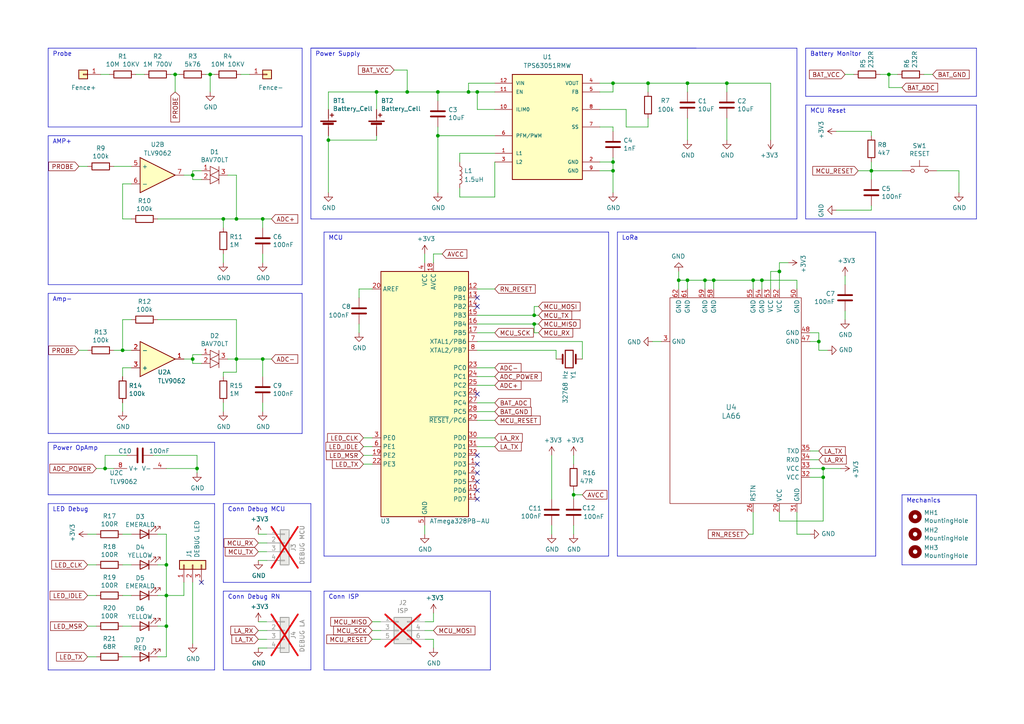
<source format=kicad_sch>
(kicad_sch (version 20230121) (generator eeschema)
  (paper "A4")
  (junction (at 237.49 99.06))
  (junction (at 64.77 63.5))
  (junction (at 135.89 26.67))
  (junction (at 252.73 49.53))
  (junction (at 218.44 81.28))
  (junction (at 187.96 24.13))
  (junction (at 48.26 181.61))
  (junction (at 118.11 26.67))
  (junction (at 177.8 49.53))
  (junction (at 154.94 91.44))
  (junction (at 109.22 26.67))
  (junction (at 68.58 104.14))
  (junction (at 154.94 93.98))
  (junction (at 60.96 21.59))
  (junction (at 50.8 21.59))
  (junction (at 48.26 163.83))
  (junction (at 196.85 81.28))
  (junction (at 55.88 104.14))
  (junction (at 207.01 81.28))
  (junction (at 35.56 101.6))
  (junction (at 57.15 135.89))
  (junction (at 226.06 78.74))
  (junction (at 204.47 81.28))
  (junction (at 257.81 21.59))
  (junction (at 55.88 50.8))
  (junction (at 30.48 135.89))
  (junction (at 199.39 81.28))
  (junction (at 127 26.67))
  (junction (at 95.25 40.64))
  (junction (at 177.8 46.99))
  (junction (at 68.58 63.5))
  (junction (at 220.98 81.28))
  (junction (at 76.2 63.5))
  (junction (at 76.2 104.14))
  (junction (at 238.76 138.43))
  (junction (at 166.37 143.51))
  (junction (at 138.43 26.67))
  (junction (at 199.39 24.13))
  (junction (at 210.82 24.13))
  (junction (at 177.8 24.13))
  (junction (at 48.26 172.72))
  (junction (at 127 39.37))
  (junction (at 238.76 135.89))
  (no_connect (at 138.43 134.62))
  (no_connect (at 138.43 144.78))
  (no_connect (at 58.42 168.91))
  (no_connect (at 138.43 114.3))
  (no_connect (at 138.43 137.16))
  (no_connect (at 138.43 132.08))
  (no_connect (at 138.43 88.9))
  (no_connect (at 138.43 139.7))
  (no_connect (at 138.43 142.24))
  (no_connect (at 138.43 86.36))
  (wire (pts (xy 25.4 163.83) (xy 27.94 163.83)))
  (wire (pts (xy 156.21 88.9) (xy 154.94 88.9)))
  (wire (pts (xy 168.91 99.06) (xy 168.91 104.14)))
  (polyline (pts (xy 13.97 39.37) (xy 13.97 82.55)))
  (polyline (pts (xy 64.77 194.31) (xy 64.77 171.45)))
  (wire (pts (xy 173.99 31.75) (xy 181.61 31.75)))
  (polyline (pts (xy 283.21 163.83) (xy 283.21 143.51)))
  (wire (pts (xy 143.51 46.99) (xy 143.51 57.15)))
  (wire (pts (xy 181.61 36.83) (xy 181.61 31.75)))
  (wire (pts (xy 35.56 63.5) (xy 38.1 63.5)))
  (wire (pts (xy 226.06 148.59) (xy 226.06 151.13)))
  (wire (pts (xy 64.77 116.84) (xy 64.77 119.38)))
  (wire (pts (xy 133.35 46.99) (xy 133.35 44.45)))
  (wire (pts (xy 30.48 132.08) (xy 36.83 132.08)))
  (wire (pts (xy 187.96 24.13) (xy 177.8 24.13)))
  (wire (pts (xy 68.58 92.71) (xy 45.72 92.71)))
  (wire (pts (xy 35.56 101.6) (xy 38.1 101.6)))
  (wire (pts (xy 25.4 181.61) (xy 27.94 181.61)))
  (polyline (pts (xy 283.21 30.48) (xy 283.21 63.5)))
  (wire (pts (xy 166.37 144.78) (xy 166.37 143.51)))
  (wire (pts (xy 204.47 83.82) (xy 204.47 81.28)))
  (wire (pts (xy 38.1 53.34) (xy 35.56 53.34)))
  (polyline (pts (xy 87.63 36.83) (xy 13.97 36.83)))
  (wire (pts (xy 218.44 83.82) (xy 218.44 81.28)))
  (wire (pts (xy 38.1 154.94) (xy 35.56 154.94)))
  (polyline (pts (xy 87.63 13.97) (xy 13.97 13.97)))
  (wire (pts (xy 143.51 83.82) (xy 138.43 83.82)))
  (polyline (pts (xy 90.17 171.45) (xy 64.77 171.45)))
  (wire (pts (xy 220.98 83.82) (xy 220.98 81.28)))
  (polyline (pts (xy 13.97 146.05) (xy 13.97 194.31)))
  (wire (pts (xy 64.77 76.2) (xy 64.77 73.66)))
  (wire (pts (xy 25.4 172.72) (xy 27.94 172.72)))
  (wire (pts (xy 35.56 101.6) (xy 33.02 101.6)))
  (polyline (pts (xy 233.68 30.48) (xy 283.21 30.48)))
  (wire (pts (xy 207.01 81.28) (xy 204.47 81.28)))
  (wire (pts (xy 55.88 52.07) (xy 55.88 50.8)))
  (wire (pts (xy 76.2 73.66) (xy 76.2 76.2)))
  (wire (pts (xy 252.73 49.53) (xy 252.73 52.07)))
  (wire (pts (xy 66.04 104.14) (xy 68.58 104.14)))
  (polyline (pts (xy 176.53 161.29) (xy 93.98 161.29)))
  (wire (pts (xy 48.26 172.72) (xy 53.34 172.72)))
  (wire (pts (xy 123.19 152.4) (xy 123.19 154.94)))
  (wire (pts (xy 35.56 119.38) (xy 35.56 116.84)))
  (polyline (pts (xy 87.63 125.73) (xy 13.97 125.73)))
  (wire (pts (xy 245.11 92.71) (xy 245.11 90.17)))
  (wire (pts (xy 177.8 26.67) (xy 177.8 24.13)))
  (polyline (pts (xy 283.21 27.94) (xy 233.68 27.94)))
  (wire (pts (xy 133.35 57.15) (xy 133.35 54.61)))
  (wire (pts (xy 30.48 135.89) (xy 30.48 132.08)))
  (wire (pts (xy 77.47 160.02) (xy 74.93 160.02)))
  (wire (pts (xy 228.6 76.2) (xy 226.06 76.2)))
  (wire (pts (xy 138.43 26.67) (xy 143.51 26.67)))
  (wire (pts (xy 199.39 83.82) (xy 199.39 81.28)))
  (wire (pts (xy 44.45 132.08) (xy 57.15 132.08)))
  (polyline (pts (xy 142.24 171.45) (xy 142.24 194.31)))
  (wire (pts (xy 76.2 66.04) (xy 76.2 63.5)))
  (wire (pts (xy 173.99 36.83) (xy 177.8 36.83)))
  (polyline (pts (xy 90.17 194.31) (xy 90.17 171.45)))
  (wire (pts (xy 48.26 181.61) (xy 45.72 181.61)))
  (wire (pts (xy 48.26 172.72) (xy 48.26 163.83)))
  (wire (pts (xy 25.4 190.5) (xy 27.94 190.5)))
  (wire (pts (xy 64.77 63.5) (xy 64.77 66.04)))
  (wire (pts (xy 207.01 83.82) (xy 207.01 81.28)))
  (wire (pts (xy 55.88 186.69) (xy 55.88 168.91)))
  (wire (pts (xy 138.43 99.06) (xy 168.91 99.06)))
  (wire (pts (xy 35.56 172.72) (xy 38.1 172.72)))
  (polyline (pts (xy 13.97 39.37) (xy 87.63 39.37)))
  (wire (pts (xy 118.11 26.67) (xy 127 26.67)))
  (wire (pts (xy 55.88 104.14) (xy 53.34 104.14)))
  (wire (pts (xy 238.76 151.13) (xy 238.76 138.43)))
  (wire (pts (xy 161.29 101.6) (xy 161.29 104.14)))
  (wire (pts (xy 143.51 31.75) (xy 138.43 31.75)))
  (wire (pts (xy 257.81 25.4) (xy 261.62 25.4)))
  (wire (pts (xy 199.39 26.67) (xy 199.39 24.13)))
  (wire (pts (xy 76.2 109.22) (xy 76.2 104.14)))
  (polyline (pts (xy 254 67.31) (xy 179.07 67.31)))
  (wire (pts (xy 125.73 180.34) (xy 125.73 177.8)))
  (wire (pts (xy 74.93 185.42) (xy 77.47 185.42)))
  (wire (pts (xy 110.49 180.34) (xy 107.95 180.34)))
  (wire (pts (xy 74.93 182.88) (xy 77.47 182.88)))
  (polyline (pts (xy 231.14 63.5) (xy 231.14 13.97)))
  (wire (pts (xy 110.49 182.88) (xy 107.95 182.88)))
  (wire (pts (xy 48.26 135.89) (xy 57.15 135.89)))
  (wire (pts (xy 55.88 49.53) (xy 55.88 50.8)))
  (wire (pts (xy 247.65 21.59) (xy 245.11 21.59)))
  (wire (pts (xy 237.49 133.35) (xy 234.95 133.35)))
  (wire (pts (xy 223.52 83.82) (xy 223.52 78.74)))
  (wire (pts (xy 35.56 92.71) (xy 35.56 101.6)))
  (wire (pts (xy 257.81 25.4) (xy 257.81 21.59)))
  (wire (pts (xy 48.26 154.94) (xy 45.72 154.94)))
  (wire (pts (xy 234.95 96.52) (xy 237.49 96.52)))
  (wire (pts (xy 114.3 20.32) (xy 118.11 20.32)))
  (wire (pts (xy 58.42 105.41) (xy 55.88 105.41)))
  (wire (pts (xy 138.43 31.75) (xy 138.43 26.67)))
  (wire (pts (xy 38.1 181.61) (xy 35.56 181.61)))
  (wire (pts (xy 271.78 49.53) (xy 278.13 49.53)))
  (wire (pts (xy 143.51 57.15) (xy 133.35 57.15)))
  (wire (pts (xy 48.26 181.61) (xy 48.26 172.72)))
  (polyline (pts (xy 62.23 128.27) (xy 13.97 128.27)))
  (wire (pts (xy 49.53 21.59) (xy 50.8 21.59)))
  (wire (pts (xy 38.1 106.68) (xy 35.56 106.68)))
  (wire (pts (xy 187.96 34.29) (xy 187.96 36.83)))
  (wire (pts (xy 143.51 127) (xy 138.43 127)))
  (wire (pts (xy 39.37 21.59) (xy 41.91 21.59)))
  (wire (pts (xy 64.77 107.95) (xy 68.58 107.95)))
  (polyline (pts (xy 283.21 63.5) (xy 233.68 63.5)))
  (wire (pts (xy 64.77 63.5) (xy 68.58 63.5)))
  (wire (pts (xy 76.2 104.14) (xy 68.58 104.14)))
  (wire (pts (xy 231.14 154.94) (xy 234.95 154.94)))
  (polyline (pts (xy 231.14 63.5) (xy 90.17 63.5)))
  (wire (pts (xy 143.51 129.54) (xy 138.43 129.54)))
  (wire (pts (xy 143.51 121.92) (xy 138.43 121.92)))
  (polyline (pts (xy 87.63 82.55) (xy 13.97 82.55)))
  (wire (pts (xy 110.49 185.42) (xy 107.95 185.42)))
  (wire (pts (xy 55.88 50.8) (xy 53.34 50.8)))
  (polyline (pts (xy 283.21 27.94) (xy 283.21 13.97)))
  (wire (pts (xy 154.94 88.9) (xy 154.94 91.44)))
  (wire (pts (xy 168.91 143.51) (xy 166.37 143.51)))
  (wire (pts (xy 78.74 104.14) (xy 76.2 104.14)))
  (wire (pts (xy 226.06 76.2) (xy 226.06 78.74)))
  (wire (pts (xy 38.1 190.5) (xy 35.56 190.5)))
  (wire (pts (xy 35.56 106.68) (xy 35.56 109.22)))
  (wire (pts (xy 218.44 81.28) (xy 207.01 81.28)))
  (wire (pts (xy 107.95 83.82) (xy 104.14 83.82)))
  (polyline (pts (xy 93.98 171.45) (xy 93.98 194.31)))
  (wire (pts (xy 237.49 130.81) (xy 234.95 130.81)))
  (wire (pts (xy 252.73 49.53) (xy 261.62 49.53)))
  (polyline (pts (xy 179.07 161.29) (xy 179.07 67.31)))
  (wire (pts (xy 199.39 81.28) (xy 196.85 81.28)))
  (wire (pts (xy 196.85 78.74) (xy 196.85 81.28)))
  (wire (pts (xy 125.73 73.66) (xy 125.73 76.2)))
  (wire (pts (xy 217.17 154.94) (xy 218.44 154.94)))
  (wire (pts (xy 238.76 135.89) (xy 238.76 138.43)))
  (wire (pts (xy 191.77 99.06) (xy 189.23 99.06)))
  (wire (pts (xy 77.47 157.48) (xy 74.93 157.48)))
  (wire (pts (xy 237.49 96.52) (xy 237.49 99.06)))
  (polyline (pts (xy 13.97 143.51) (xy 62.23 143.51)))
  (wire (pts (xy 270.51 21.59) (xy 267.97 21.59)))
  (polyline (pts (xy 142.24 194.31) (xy 93.98 194.31)))
  (wire (pts (xy 237.49 101.6) (xy 237.49 99.06)))
  (wire (pts (xy 107.95 132.08) (xy 105.41 132.08)))
  (wire (pts (xy 257.81 21.59) (xy 260.35 21.59)))
  (wire (pts (xy 127 26.67) (xy 127 29.21)))
  (wire (pts (xy 156.21 96.52) (xy 154.94 96.52)))
  (wire (pts (xy 25.4 101.6) (xy 22.86 101.6)))
  (wire (pts (xy 58.42 52.07) (xy 55.88 52.07)))
  (polyline (pts (xy 13.97 36.83) (xy 13.97 13.97)))
  (wire (pts (xy 35.56 53.34) (xy 35.56 63.5)))
  (wire (pts (xy 27.94 135.89) (xy 30.48 135.89)))
  (wire (pts (xy 107.95 129.54) (xy 105.41 129.54)))
  (wire (pts (xy 104.14 83.82) (xy 104.14 86.36)))
  (polyline (pts (xy 93.98 67.31) (xy 93.98 161.29)))
  (polyline (pts (xy 90.17 13.97) (xy 201.93 13.97)))
  (polyline (pts (xy 90.17 13.97) (xy 90.17 63.5)))
  (polyline (pts (xy 13.97 85.09) (xy 87.63 85.09)))
  (wire (pts (xy 127 36.83) (xy 127 39.37)))
  (wire (pts (xy 123.19 76.2) (xy 123.19 73.66)))
  (wire (pts (xy 25.4 154.94) (xy 27.94 154.94)))
  (polyline (pts (xy 87.63 36.83) (xy 87.63 13.97)))
  (wire (pts (xy 143.51 111.76) (xy 138.43 111.76)))
  (wire (pts (xy 77.47 180.34) (xy 74.93 180.34)))
  (wire (pts (xy 76.2 116.84) (xy 76.2 119.38)))
  (wire (pts (xy 53.34 172.72) (xy 53.34 168.91)))
  (wire (pts (xy 210.82 26.67) (xy 210.82 24.13)))
  (wire (pts (xy 50.8 21.59) (xy 52.07 21.59)))
  (wire (pts (xy 60.96 21.59) (xy 62.23 21.59)))
  (polyline (pts (xy 64.77 168.91) (xy 64.77 146.05)))
  (wire (pts (xy 109.22 26.67) (xy 109.22 31.75)))
  (wire (pts (xy 107.95 134.62) (xy 105.41 134.62)))
  (wire (pts (xy 231.14 148.59) (xy 231.14 154.94)))
  (wire (pts (xy 48.26 190.5) (xy 45.72 190.5)))
  (polyline (pts (xy 283.21 143.51) (xy 261.62 143.51)))
  (wire (pts (xy 107.95 127) (xy 105.41 127)))
  (wire (pts (xy 199.39 24.13) (xy 210.82 24.13)))
  (wire (pts (xy 135.89 24.13) (xy 135.89 26.67)))
  (wire (pts (xy 77.47 162.56) (xy 74.93 162.56)))
  (wire (pts (xy 95.25 40.64) (xy 95.25 55.88)))
  (wire (pts (xy 25.4 48.26) (xy 22.86 48.26)))
  (wire (pts (xy 138.43 96.52) (xy 143.51 96.52)))
  (wire (pts (xy 57.15 135.89) (xy 57.15 137.16)))
  (wire (pts (xy 138.43 101.6) (xy 161.29 101.6)))
  (wire (pts (xy 210.82 34.29) (xy 210.82 40.64)))
  (wire (pts (xy 234.95 135.89) (xy 238.76 135.89)))
  (wire (pts (xy 125.73 185.42) (xy 123.19 185.42)))
  (wire (pts (xy 173.99 49.53) (xy 177.8 49.53)))
  (wire (pts (xy 252.73 60.96) (xy 252.73 59.69)))
  (wire (pts (xy 95.25 39.37) (xy 95.25 40.64)))
  (wire (pts (xy 187.96 24.13) (xy 199.39 24.13)))
  (wire (pts (xy 57.15 132.08) (xy 57.15 135.89)))
  (polyline (pts (xy 13.97 128.27) (xy 13.97 143.51)))
  (wire (pts (xy 154.94 91.44) (xy 156.21 91.44)))
  (wire (pts (xy 66.04 50.8) (xy 68.58 50.8)))
  (wire (pts (xy 166.37 143.51) (xy 166.37 142.24)))
  (wire (pts (xy 226.06 151.13) (xy 238.76 151.13)))
  (wire (pts (xy 59.69 21.59) (xy 60.96 21.59)))
  (wire (pts (xy 177.8 45.72) (xy 177.8 46.99)))
  (wire (pts (xy 166.37 154.94) (xy 166.37 152.4)))
  (wire (pts (xy 38.1 48.26) (xy 33.02 48.26)))
  (wire (pts (xy 223.52 78.74) (xy 226.06 78.74)))
  (wire (pts (xy 77.47 187.96) (xy 74.93 187.96)))
  (polyline (pts (xy 233.68 27.94) (xy 233.68 13.97)))
  (polyline (pts (xy 62.23 146.05) (xy 13.97 146.05)))
  (wire (pts (xy 60.96 26.67) (xy 60.96 21.59)))
  (wire (pts (xy 38.1 163.83) (xy 35.56 163.83)))
  (wire (pts (xy 55.88 102.87) (xy 55.88 104.14)))
  (wire (pts (xy 123.19 180.34) (xy 125.73 180.34)))
  (wire (pts (xy 223.52 24.13) (xy 210.82 24.13)))
  (polyline (pts (xy 62.23 146.05) (xy 62.23 194.31)))
  (wire (pts (xy 173.99 24.13) (xy 177.8 24.13)))
  (wire (pts (xy 187.96 26.67) (xy 187.96 24.13)))
  (wire (pts (xy 234.95 138.43) (xy 238.76 138.43)))
  (polyline (pts (xy 13.97 85.09) (xy 13.97 125.73)))
  (wire (pts (xy 68.58 50.8) (xy 68.58 63.5)))
  (wire (pts (xy 48.26 190.5) (xy 48.26 181.61)))
  (wire (pts (xy 95.25 40.64) (xy 109.22 40.64)))
  (wire (pts (xy 199.39 34.29) (xy 199.39 40.64)))
  (wire (pts (xy 160.02 154.94) (xy 160.02 152.4)))
  (wire (pts (xy 78.74 63.5) (xy 76.2 63.5)))
  (wire (pts (xy 68.58 92.71) (xy 68.58 104.14)))
  (polyline (pts (xy 261.62 163.83) (xy 283.21 163.83)))
  (wire (pts (xy 252.73 46.99) (xy 252.73 49.53)))
  (wire (pts (xy 95.25 26.67) (xy 109.22 26.67)))
  (wire (pts (xy 127 39.37) (xy 143.51 39.37)))
  (wire (pts (xy 255.27 21.59) (xy 257.81 21.59)))
  (wire (pts (xy 48.26 172.72) (xy 45.72 172.72)))
  (polyline (pts (xy 87.63 82.55) (xy 87.63 39.37)))
  (wire (pts (xy 58.42 49.53) (xy 55.88 49.53)))
  (wire (pts (xy 223.52 40.64) (xy 223.52 24.13)))
  (polyline (pts (xy 64.77 194.31) (xy 90.17 194.31)))
  (wire (pts (xy 166.37 134.62) (xy 166.37 132.08)))
  (wire (pts (xy 95.25 26.67) (xy 95.25 31.75)))
  (wire (pts (xy 143.51 109.22) (xy 138.43 109.22)))
  (wire (pts (xy 245.11 82.55) (xy 245.11 80.01)))
  (wire (pts (xy 237.49 101.6) (xy 240.03 101.6)))
  (wire (pts (xy 143.51 106.68) (xy 138.43 106.68)))
  (wire (pts (xy 237.49 99.06) (xy 234.95 99.06)))
  (wire (pts (xy 252.73 38.1) (xy 252.73 39.37)))
  (wire (pts (xy 48.26 163.83) (xy 45.72 163.83)))
  (polyline (pts (xy 254 67.31) (xy 254 161.29)))
  (wire (pts (xy 109.22 39.37) (xy 109.22 40.64)))
  (wire (pts (xy 154.94 93.98) (xy 156.21 93.98)))
  (wire (pts (xy 104.14 96.52) (xy 104.14 93.98)))
  (polyline (pts (xy 90.17 168.91) (xy 64.77 168.91)))
  (wire (pts (xy 177.8 46.99) (xy 177.8 49.53)))
  (wire (pts (xy 109.22 26.67) (xy 118.11 26.67)))
  (wire (pts (xy 29.21 21.59) (xy 31.75 21.59)))
  (wire (pts (xy 125.73 187.96) (xy 125.73 185.42)))
  (wire (pts (xy 143.51 24.13) (xy 135.89 24.13)))
  (wire (pts (xy 68.58 107.95) (xy 68.58 104.14)))
  (polyline (pts (xy 93.98 171.45) (xy 142.24 171.45)))
  (wire (pts (xy 238.76 135.89) (xy 243.84 135.89)))
  (wire (pts (xy 64.77 109.22) (xy 64.77 107.95)))
  (wire (pts (xy 160.02 144.78) (xy 160.02 132.08)))
  (wire (pts (xy 125.73 182.88) (xy 123.19 182.88)))
  (wire (pts (xy 177.8 36.83) (xy 177.8 38.1)))
  (polyline (pts (xy 93.98 67.31) (xy 176.53 67.31)))
  (wire (pts (xy 173.99 26.67) (xy 177.8 26.67)))
  (wire (pts (xy 55.88 105.41) (xy 55.88 104.14)))
  (wire (pts (xy 196.85 81.28) (xy 196.85 83.82)))
  (wire (pts (xy 218.44 148.59) (xy 218.44 154.94)))
  (polyline (pts (xy 283.21 13.97) (xy 233.68 13.97)))
  (polyline (pts (xy 62.23 194.31) (xy 13.97 194.31)))
  (wire (pts (xy 248.92 49.53) (xy 252.73 49.53)))
  (polyline (pts (xy 62.23 143.51) (xy 62.23 128.27)))
  (wire (pts (xy 143.51 119.38) (xy 138.43 119.38)))
  (wire (pts (xy 173.99 46.99) (xy 177.8 46.99)))
  (wire (pts (xy 58.42 102.87) (xy 55.88 102.87)))
  (wire (pts (xy 30.48 135.89) (xy 33.02 135.89)))
  (wire (pts (xy 125.73 73.66) (xy 128.27 73.66)))
  (wire (pts (xy 127 39.37) (xy 127 55.88)))
  (polyline (pts (xy 90.17 168.91) (xy 90.17 146.05)))
  (polyline (pts (xy 233.68 30.48) (xy 233.68 63.5)))
  (wire (pts (xy 138.43 93.98) (xy 154.94 93.98)))
  (wire (pts (xy 50.8 21.59) (xy 50.8 26.67)))
  (wire (pts (xy 187.96 36.83) (xy 181.61 36.83)))
  (wire (pts (xy 231.14 83.82) (xy 231.14 81.28)))
  (polyline (pts (xy 90.17 13.97) (xy 231.14 13.97)))
  (wire (pts (xy 231.14 81.28) (xy 220.98 81.28)))
  (wire (pts (xy 204.47 81.28) (xy 199.39 81.28)))
  (polyline (pts (xy 261.62 143.51) (xy 261.62 163.83)))
  (polyline (pts (xy 90.17 146.05) (xy 64.77 146.05)))
  (wire (pts (xy 38.1 92.71) (xy 35.56 92.71)))
  (wire (pts (xy 143.51 116.84) (xy 138.43 116.84)))
  (wire (pts (xy 242.57 60.96) (xy 252.73 60.96)))
  (polyline (pts (xy 176.53 67.31) (xy 176.53 161.29)))
  (wire (pts (xy 154.94 96.52) (xy 154.94 93.98)))
  (wire (pts (xy 242.57 38.1) (xy 252.73 38.1)))
  (wire (pts (xy 133.35 44.45) (xy 143.51 44.45)))
  (wire (pts (xy 48.26 154.94) (xy 48.26 163.83)))
  (wire (pts (xy 69.85 21.59) (xy 72.39 21.59)))
  (wire (pts (xy 77.47 154.94) (xy 74.93 154.94)))
  (wire (pts (xy 177.8 49.53) (xy 177.8 55.88)))
  (wire (pts (xy 278.13 49.53) (xy 278.13 55.88)))
  (wire (pts (xy 118.11 20.32) (xy 118.11 26.67)))
  (wire (pts (xy 135.89 26.67) (xy 138.43 26.67)))
  (polyline (pts (xy 87.63 85.09) (xy 87.63 125.73)))
  (wire (pts (xy 226.06 78.74) (xy 226.06 83.82)))
  (polyline (pts (xy 254 161.29) (xy 179.07 161.29)))
  (wire (pts (xy 220.98 81.28) (xy 218.44 81.28)))
  (wire (pts (xy 45.72 63.5) (xy 64.77 63.5)))
  (wire (pts (xy 76.2 63.5) (xy 68.58 63.5)))
  (wire (pts (xy 127 26.67) (xy 135.89 26.67)))
  (wire (pts (xy 138.43 91.44) (xy 154.94 91.44)))
  (text "Power Supply" (at 91.44 16.51 0) (effects (font (size 1.27 1.27)) (justify left bottom)))
  (text "Conn ISP" (at 95.25 173.99 0) (effects (font (size 1.27 1.27)) (justify left bottom)))
  (text "Battery Monitor" (at 234.95 16.51 0) (effects (font (size 1.27 1.27)) (justify left bottom)))
  (text "Conn Debug MCU" (at 66.04 148.59 0) (effects (font (size 1.27 1.27)) (justify left bottom)))
  (text "AMP+" (at 15.24 41.91 0) (effects (font (size 1.27 1.27)) (justify left bottom)))
  (text "MCU" (at 95.25 69.85 0) (effects (font (size 1.27 1.27)) (justify left bottom)))
  (text "Conn Debug RN" (at 66.04 173.99 0) (effects (font (size 1.27 1.27)) (justify left bottom)))
  (text "Mechanics" (at 262.89 146.05 0) (effects (font (size 1.27 1.27)) (justify left bottom)))
  (text "MCU Reset" (at 234.95 33.02 0) (effects (font (size 1.27 1.27)) (justify left bottom)))
  (text "Power OpAmp" (at 15.24 130.81 0) (effects (font (size 1.27 1.27)) (justify left bottom)))
  (text "LoRa" (at 180.34 69.85 0) (effects (font (size 1.27 1.27)) (justify left bottom)))
  (text "LED Debug" (at 15.24 148.59 0) (effects (font (size 1.27 1.27)) (justify left bottom)))
  (text "Probe" (at 15.24 16.51 0) (effects (font (size 1.27 1.27)) (justify left bottom)))
  (text "Amp-" (at 15.24 87.63 0) (effects (font (size 1.27 1.27)) (justify left bottom)))
  (global_label "LED_MSR" (shape input) (at 105.41 132.08 180) (property "Intersheetrefs" "${INTERSHEET_REFS}" (effects hide)))
  (global_label "MCU_MOSI" (shape input) (at 125.73 182.88 0) (property "Intersheetrefs" "${INTERSHEET_REFS}" (effects hide)))
  (global_label "BAT_ADC" (shape input) (at 143.51 116.84 0) (property "Intersheetrefs" "${INTERSHEET_REFS}" (effects hide)))
  (global_label "ADC_POWER" (shape input) (at 27.94 135.89 180) (property "Intersheetrefs" "${INTERSHEET_REFS}" (effects hide)))
  (global_label "MCU_RX" (shape input) (at 74.93 157.48 180) (property "Intersheetrefs" "${INTERSHEET_REFS}" (effects hide)))
  (global_label "BAT_VCC" (shape input) (at 245.11 21.59 180) (property "Intersheetrefs" "${INTERSHEET_REFS}" (effects hide)))
  (global_label "MCU_RX" (shape input) (at 156.21 96.52 0) (property "Intersheetrefs" "${INTERSHEET_REFS}" (effects hide)))
  (global_label "ADC+" (shape input) (at 78.74 63.5 0) (property "Intersheetrefs" "${INTERSHEET_REFS}" (effects hide)))
  (global_label "RN_RESET" (shape input) (at 217.17 154.94 180) (property "Intersheetrefs" "${INTERSHEET_REFS}" (effects hide)))
  (global_label "PROBE" (shape input) (at 22.86 101.6 180) (property "Intersheetrefs" "${INTERSHEET_REFS}" (effects hide)))
  (global_label "LED_TX" (shape input) (at 105.41 134.62 180) (property "Intersheetrefs" "${INTERSHEET_REFS}" (effects hide)))
  (global_label "LA_RX" (shape input) (at 74.93 182.88 180) (property "Intersheetrefs" "${INTERSHEET_REFS}" (effects hide)))
  (global_label "BAT_GND" (shape input) (at 270.51 21.59 0) (property "Intersheetrefs" "${INTERSHEET_REFS}" (effects hide)))
  (global_label "LA_TX" (shape input) (at 143.51 129.54 0) (property "Intersheetrefs" "${INTERSHEET_REFS}" (effects hide)))
  (global_label "BAT_VCC" (shape input) (at 114.3 20.32 180) (property "Intersheetrefs" "${INTERSHEET_REFS}" (effects hide)))
  (global_label "BAT_ADC" (shape input) (at 261.62 25.4 0) (property "Intersheetrefs" "${INTERSHEET_REFS}" (effects hide)))
  (global_label "MCU_RESET" (shape input) (at 107.95 185.42 180) (property "Intersheetrefs" "${INTERSHEET_REFS}" (effects hide)))
  (global_label "LED_IDLE" (shape input) (at 105.41 129.54 180) (property "Intersheetrefs" "${INTERSHEET_REFS}" (effects hide)))
  (global_label "MCU_SCK" (shape input) (at 107.95 182.88 180) (property "Intersheetrefs" "${INTERSHEET_REFS}" (effects hide)))
  (global_label "AVCC" (shape input) (at 128.27 73.66 0) (property "Intersheetrefs" "${INTERSHEET_REFS}" (effects hide)))
  (global_label "AVCC" (shape input) (at 168.91 143.51 0) (property "Intersheetrefs" "${INTERSHEET_REFS}" (effects hide)))
  (global_label "RN_RESET" (shape input) (at 143.51 83.82 0) (property "Intersheetrefs" "${INTERSHEET_REFS}" (effects hide)))
  (global_label "ADC-" (shape input) (at 78.74 104.14 0) (property "Intersheetrefs" "${INTERSHEET_REFS}" (effects hide)))
  (global_label "MCU_MISO" (shape input) (at 156.21 93.98 0) (property "Intersheetrefs" "${INTERSHEET_REFS}" (effects hide)))
  (global_label "LA_RX" (shape input) (at 237.49 133.35 0) (property "Intersheetrefs" "${INTERSHEET_REFS}" (effects hide)))
  (global_label "ADC_POWER" (shape input) (at 143.51 109.22 0) (property "Intersheetrefs" "${INTERSHEET_REFS}" (effects hide)))
  (global_label "LED_MSR" (shape input) (at 25.4 181.61 180) (property "Intersheetrefs" "${INTERSHEET_REFS}" (effects hide)))
  (global_label "LED_CLK" (shape input) (at 25.4 163.83 180) (property "Intersheetrefs" "${INTERSHEET_REFS}" (effects hide)))
  (global_label "LA_TX" (shape input) (at 237.49 130.81 0) (property "Intersheetrefs" "${INTERSHEET_REFS}" (effects hide)))
  (global_label "MCU_RESET" (shape input) (at 143.51 121.92 0) (property "Intersheetrefs" "${INTERSHEET_REFS}" (effects hide)))
  (global_label "LED_CLK" (shape input) (at 105.41 127 180) (property "Intersheetrefs" "${INTERSHEET_REFS}" (effects hide)))
  (global_label "MCU_TX" (shape input) (at 74.93 160.02 180) (property "Intersheetrefs" "${INTERSHEET_REFS}" (effects hide)))
  (global_label "LED_IDLE" (shape input) (at 25.4 172.72 180) (property "Intersheetrefs" "${INTERSHEET_REFS}" (effects hide)))
  (global_label "ADC+" (shape input) (at 143.51 111.76 0) (property "Intersheetrefs" "${INTERSHEET_REFS}" (effects hide)))
  (global_label "LED_TX" (shape input) (at 25.4 190.5 180) (property "Intersheetrefs" "${INTERSHEET_REFS}" (effects hide)))
  (global_label "PROBE" (shape input) (at 22.86 48.26 180) (property "Intersheetrefs" "${INTERSHEET_REFS}" (effects hide)))
  (global_label "MCU_MISO" (shape input) (at 107.95 180.34 180) (property "Intersheetrefs" "${INTERSHEET_REFS}" (effects hide)))
  (global_label "LA_TX" (shape input) (at 74.93 185.42 180) (property "Intersheetrefs" "${INTERSHEET_REFS}" (effects hide)))
  (global_label "ADC-" (shape input) (at 143.51 106.68 0) (property "Intersheetrefs" "${INTERSHEET_REFS}" (effects hide)))
  (global_label "PROBE" (shape input) (at 50.8 26.67 270) (property "Intersheetrefs" "${INTERSHEET_REFS}" (effects hide)))
  (global_label "LA_RX" (shape input) (at 143.51 127 0) (property "Intersheetrefs" "${INTERSHEET_REFS}" (effects hide)))
  (global_label "MCU_RESET" (shape input) (at 248.92 49.53 180) (property "Intersheetrefs" "${INTERSHEET_REFS}" (effects hide)))
  (global_label "MCU_MOSI" (shape input) (at 156.21 88.9 0) (property "Intersheetrefs" "${INTERSHEET_REFS}" (effects hide)))
  (global_label "MCU_SCK" (shape input) (at 143.51 96.52 0) (property "Intersheetrefs" "${INTERSHEET_REFS}" (effects hide)))
  (global_label "MCU_TX" (shape input) (at 156.21 91.44 0) (property "Intersheetrefs" "${INTERSHEET_REFS}" (effects hide)))
  (global_label "BAT_GND" (shape input) (at 143.51 119.38 0) (property "Intersheetrefs" "${INTERSHEET_REFS}" (effects hide)))
  (symbol (lib_id "Connector_Generic:Conn_01x01") (at 24.13 21.59 180) (unit 1)
    (property "Reference" "J101" (effects hide))
    (property "Value" "Fence+" (at 27.94 25.4 0) (effects (justify left)))
    (property "Footprint" "TestPoint:TestPoint_THTPad_4.0x4.0mm_Drill2.0mm" (effects hide))
  )
  (symbol (lib_id "Connector_Generic:Conn_01x01") (at 77.47 21.59 0) (unit 1)
    (property "Reference" "J102" (effects hide))
    (property "Value" "Fence-" (at 74.93 25.4 0) (effects (justify left)))
    (property "Footprint" "TestPoint:TestPoint_THTPad_4.0x4.0mm_Drill2.0mm" (effects hide))
  )
  (symbol (lib_id "ALITECS:TLV9062") (at 45.72 50.8 0) (unit 2)
    (property "Reference" "U2" (at 45.72 41.91 0))
    (property "Value" "TLV9062" (at 45.72 44.45 0))
    (property "Footprint" "Package_SO:SOIC-8_3.9x4.9mm_P1.27mm" (effects hide))
    (property "JLCPCB Part #" "C398355" (effects hide))
    (property "JLCPCB Rotation Offset" "-90" (effects hide))
  )
  (symbol (lib_id "ALITECS:TLV9062") (at 40.64 138.43 90) (mirror x) (unit 3)
    (property "Reference" "U2" (at 31.75 137.16 90) (effects (justify right)))
    (property "Value" "TLV9062" (at 31.75 139.7 90) (effects (justify right)))
    (property "Footprint" "Package_SO:SOIC-8_3.9x4.9mm_P1.27mm" (effects hide))
    (property "JLCPCB Part #" "C398355" (effects hide))
    (property "JLCPCB Rotation Offset" "-90" (effects hide))
  )
  (symbol (lib_id "Device:Battery_Cell") (at 95.25 36.83 0) (unit 1) (in_bom no)
    (property "Reference" "BT1" (at 96.52 29.21 0) (effects (justify left)))
    (property "Value" "Battery_Cell" (at 96.52 31.5214 0) (effects (justify left)))
    (property "Footprint" "ALITECS:18500HolderSMD" (effects hide))
  )
  (symbol (lib_id "Device:R") (at 252.73 43.18 0) (unit 1)
    (property "Reference" "R8" (at 254.508 42.0116 0) (effects (justify left)))
    (property "Value" "4k7" (at 254.508 44.323 0) (effects (justify left)))
    (property "Footprint" "Resistor_SMD:R_0603_1608Metric_Pad0.98x0.95mm_HandSolder" (effects hide))
  )
  (symbol (lib_id "Device:C") (at 252.73 55.88 0) (unit 1)
    (property "Reference" "C5" (at 255.651 54.7116 0) (effects (justify left)))
    (property "Value" "100nF" (at 255.651 57.023 0) (effects (justify left)))
    (property "Footprint" "Capacitor_SMD:C_0805_2012Metric_Pad1.18x1.45mm_HandSolder" (effects hide))
    (property "JLCPCB Part #" "C49678" (effects hide))
  )
  (symbol (lib_id "Device:C") (at 76.2 69.85 0) (unit 1)
    (property "Reference" "C6" (at 79.121 68.6816 0) (effects (justify left)))
    (property "Value" "100nF" (at 79.121 70.993 0) (effects (justify left)))
    (property "Footprint" "Capacitor_SMD:C_0805_2012Metric_Pad1.18x1.45mm_HandSolder" (effects hide))
    (property "JLCPCB Part #" "C49678" (effects hide))
  )
  (symbol (lib_id "Device:C") (at 127 33.02 0) (unit 1)
    (property "Reference" "C3" (at 129.9972 31.8516 0) (effects (justify left)))
    (property "Value" "10uF" (at 129.9972 34.163 0) (effects (justify left)))
    (property "Footprint" "Capacitor_SMD:C_0805_2012Metric_Pad1.18x1.45mm_HandSolder" (effects hide))
    (property "JLCPCB Part #" "C13585" (effects hide))
  )
  (symbol (lib_id "Connector_Generic:Conn_02x03_Odd_Even") (at 115.57 182.88 0) (unit 1) (in_bom no) (dnp yes)
    (property "Reference" "J2" (at 116.84 174.8282 0))
    (property "Value" "ISP" (at 116.84 177.1396 0))
    (property "Footprint" "Connector_PinHeader_2.54mm:PinHeader_2x03_P2.54mm_Vertical" (effects hide))
  )
  (symbol (lib_id "lofence-rescue:+3.3V-power") (at 242.57 38.1 90) (unit 1)
    (property "Reference" "#PWR02" (effects hide))
    (property "Value" "+3.3V" (at 238.1758 37.719 0))
  )
  (symbol (lib_id "power:GND") (at 242.57 60.96 270) (unit 1)
    (property "Reference" "#PWR010" (effects hide))
    (property "Value" "GND" (at 238.1758 61.087 0))
  )
  (symbol (lib_id "Device:R") (at 41.91 63.5 270) (unit 1)
    (property "Reference" "R10" (at 41.91 58.2422 90))
    (property "Value" "100k" (at 41.91 60.5536 90))
    (property "Footprint" "Resistor_SMD:R_0603_1608Metric_Pad0.98x0.95mm_HandSolder" (effects hide))
  )
  (symbol (lib_id "Device:R") (at 64.77 69.85 180) (unit 1)
    (property "Reference" "R11" (at 66.548 68.6816 0) (effects (justify right)))
    (property "Value" "1M" (at 66.548 70.993 0) (effects (justify right)))
    (property "Footprint" "Resistor_SMD:R_0603_1608Metric_Pad0.98x0.95mm_HandSolder" (effects hide))
  )
  (symbol (lib_id "power:GND") (at 64.77 76.2 0) (unit 1)
    (property "Reference" "#PWR012" (effects hide))
    (property "Value" "GND" (at 64.897 80.5942 0))
  )
  (symbol (lib_id "power:GND") (at 76.2 76.2 0) (unit 1)
    (property "Reference" "#PWR013" (effects hide))
    (property "Value" "GND" (at 76.327 80.5942 0))
  )
  (symbol (lib_id "Device:R") (at 29.21 48.26 270) (unit 1)
    (property "Reference" "R9" (at 29.21 43.0022 90))
    (property "Value" "100k" (at 29.21 45.3136 90))
    (property "Footprint" "Resistor_SMD:R_0603_1608Metric_Pad0.98x0.95mm_HandSolder" (effects hide))
  )
  (symbol (lib_id "Device:R") (at 29.21 101.6 270) (unit 1)
    (property "Reference" "R13" (at 29.21 96.3422 90))
    (property "Value" "100k" (at 29.21 98.6536 90))
    (property "Footprint" "Resistor_SMD:R_0603_1608Metric_Pad0.98x0.95mm_HandSolder" (effects hide))
  )
  (symbol (lib_id "Device:R") (at 41.91 92.71 270) (unit 1)
    (property "Reference" "R12" (at 41.91 87.4522 90))
    (property "Value" "100k" (at 41.91 89.7636 90))
    (property "Footprint" "Resistor_SMD:R_0603_1608Metric_Pad0.98x0.95mm_HandSolder" (effects hide))
  )
  (symbol (lib_id "Device:R") (at 35.56 113.03 180) (unit 1)
    (property "Reference" "R14" (at 37.338 111.8616 0) (effects (justify right)))
    (property "Value" "100k" (at 37.338 114.173 0) (effects (justify right)))
    (property "Footprint" "Resistor_SMD:R_0603_1608Metric_Pad0.98x0.95mm_HandSolder" (effects hide))
  )
  (symbol (lib_id "power:GND") (at 35.56 119.38 0) (unit 1)
    (property "Reference" "#PWR021" (effects hide))
    (property "Value" "GND" (at 35.687 123.7742 0))
  )
  (symbol (lib_id "Device:R") (at 64.77 113.03 180) (unit 1)
    (property "Reference" "R15" (at 66.548 111.8616 0) (effects (justify right)))
    (property "Value" "1M" (at 66.548 114.173 0) (effects (justify right)))
    (property "Footprint" "Resistor_SMD:R_0603_1608Metric_Pad0.98x0.95mm_HandSolder" (effects hide))
  )
  (symbol (lib_id "Device:C") (at 76.2 113.03 0) (unit 1)
    (property "Reference" "C9" (at 79.121 111.8616 0) (effects (justify left)))
    (property "Value" "100nF" (at 79.121 114.173 0) (effects (justify left)))
    (property "Footprint" "Capacitor_SMD:C_0805_2012Metric_Pad1.18x1.45mm_HandSolder" (effects hide))
    (property "JLCPCB Part #" "C49678" (effects hide))
  )
  (symbol (lib_id "power:GND") (at 64.77 119.38 0) (unit 1)
    (property "Reference" "#PWR022" (effects hide))
    (property "Value" "GND" (at 64.897 123.7742 0))
  )
  (symbol (lib_id "power:GND") (at 76.2 119.38 0) (unit 1)
    (property "Reference" "#PWR023" (effects hide))
    (property "Value" "GND" (at 76.327 123.7742 0))
  )
  (symbol (lib_id "Device:R") (at 35.56 21.59 270) (unit 1) (in_bom no)
    (property "Reference" "R1" (at 35.56 16.3322 90))
    (property "Value" "10M 10KV" (at 35.56 18.6436 90))
    (property "Footprint" "Resistor_THT:R_Axial_DIN0516_L15.5mm_D5.0mm_P20.32mm_Horizontal" (effects hide))
    (property "TME Order #" "VR68000001005JAC00" (effects hide))
  )
  (symbol (lib_id "Device:R") (at 45.72 21.59 270) (unit 1) (in_bom no)
    (property "Reference" "R2" (at 45.72 16.3322 90))
    (property "Value" "1M 700V" (at 45.72 18.6436 90))
    (property "Footprint" "Resistor_THT:R_Axial_DIN0207_L6.3mm_D2.5mm_P10.16mm_Horizontal" (effects hide))
  )
  (symbol (lib_id "Device:R") (at 55.88 21.59 270) (unit 1) (in_bom no)
    (property "Reference" "R3" (at 55.88 16.3322 90))
    (property "Value" "5k76" (at 55.88 18.6436 90))
    (property "Footprint" "Resistor_SMD:R_0805_2012Metric_Pad1.20x1.40mm_HandSolder" (effects hide))
  )
  (symbol (lib_id "Device:R") (at 66.04 21.59 270) (unit 1) (in_bom no)
    (property "Reference" "R4" (at 66.04 16.3322 90))
    (property "Value" "10M 10KV" (at 66.04 18.6436 90))
    (property "Footprint" "Resistor_THT:R_Axial_DIN0516_L15.5mm_D5.0mm_P20.32mm_Horizontal" (effects hide))
    (property "TME Order #" "VR68000001005JAC00" (effects hide))
  )
  (symbol (lib_id "power:GND") (at 125.73 187.96 0) (unit 1)
    (property "Reference" "#PWR039" (effects hide))
    (property "Value" "GND" (at 125.857 192.3542 0))
  )
  (symbol (lib_id "lofence-rescue:+3.3V-power") (at 125.73 177.8 0) (unit 1)
    (property "Reference" "#PWR035" (effects hide))
    (property "Value" "+3.3V" (at 126.111 173.4058 0))
  )
  (symbol (lib_id "ALITECS:TLV9062") (at 45.72 104.14 0) (mirror x) (unit 1)
    (property "Reference" "U2" (at 45.72 107.95 0) (effects (justify left)))
    (property "Value" "TLV9062" (at 45.72 110.49 0) (effects (justify left)))
    (property "Footprint" "Package_SO:SOIC-8_3.9x4.9mm_P1.27mm" (effects hide))
    (property "JLCPCB Part #" "C398355" (effects hide))
    (property "JLCPCB Rotation Offset" "-90" (effects hide))
  )
  (symbol (lib_id "power:GND") (at 57.15 137.16 0) (unit 1)
    (property "Reference" "#PWR027" (effects hide))
    (property "Value" "GND" (at 57.277 141.5542 0))
  )
  (symbol (lib_id "Connector_Generic:Conn_01x04") (at 82.55 157.48 0) (unit 1) (in_bom no) (dnp yes)
    (property "Reference" "J3" (at 85.09 160.02 90) (effects (justify left)))
    (property "Value" "DEBUG MCU" (at 87.63 163.83 90) (effects (justify left)))
    (property "Footprint" "Connector_PinHeader_2.54mm:PinHeader_1x04_P2.54mm_Vertical" (effects hide))
  )
  (symbol (lib_id "lofence-rescue:+3.3V-power") (at 74.93 154.94 0) (unit 1)
    (property "Reference" "#PWR036" (effects hide))
    (property "Value" "+3.3V" (at 75.311 150.5458 0))
  )
  (symbol (lib_id "Device:R") (at 251.46 21.59 270) (unit 1)
    (property "Reference" "R5" (at 250.2916 19.812 0) (effects (justify right)))
    (property "Value" "232R" (at 252.603 19.812 0) (effects (justify right)))
    (property "Footprint" "Resistor_SMD:R_0603_1608Metric_Pad0.98x0.95mm_HandSolder" (effects hide))
    (property "JLCPCB Part #" "C22913" (effects hide))
  )
  (symbol (lib_id "Device:R") (at 264.16 21.59 270) (unit 1)
    (property "Reference" "R6" (at 262.9916 19.812 0) (effects (justify right)))
    (property "Value" "232R" (at 265.303 19.812 0) (effects (justify right)))
    (property "Footprint" "Resistor_SMD:R_0603_1608Metric_Pad0.98x0.95mm_HandSolder" (effects hide))
    (property "JLCPCB Part #" "C22913" (effects hide))
  )
  (symbol (lib_id "ALITECS:LA66_serial-only") (at 212.09 118.11 0) (unit 1) (in_bom no)
    (property "Reference" "U4" (at 212.09 118.11 0) (effects (font (size 1.524 1.524))))
    (property "Value" "LA66" (at 212.09 120.65 0) (effects (font (size 1.524 1.524))))
    (property "Footprint" "ALITECS:LA66_serial-only" (effects hide))
  )
  (symbol (lib_id "power:GND") (at 189.23 99.06 270) (unit 1)
    (property "Reference" "#PWR019" (effects hide))
    (property "Value" "GND" (at 185.9788 99.187 90) (effects (justify right)))
  )
  (symbol (lib_id "power:GND") (at 234.95 154.94 90) (unit 1)
    (property "Reference" "#PWR033" (effects hide))
    (property "Value" "GND" (at 238.2012 154.813 90) (effects (justify right)))
  )
  (symbol (lib_id "power:GND") (at 240.03 101.6 90) (unit 1)
    (property "Reference" "#PWR020" (effects hide))
    (property "Value" "GND" (at 243.2812 101.473 90) (effects (justify right)))
  )
  (symbol (lib_id "power:GND") (at 196.85 78.74 180) (unit 1)
    (property "Reference" "#PWR015" (effects hide))
    (property "Value" "GND" (at 196.723 74.3458 0))
  )
  (symbol (lib_id "power:GND") (at 74.93 162.56 0) (unit 1)
    (property "Reference" "#PWR038" (effects hide))
    (property "Value" "GND" (at 75.057 166.9542 0))
  )
  (symbol (lib_id "MCU_Microchip_ATmega:ATmega328PB-A") (at 123.19 114.3 0) (unit 1)
    (property "Reference" "U3" (at 111.76 151.13 0))
    (property "Value" "ATmega328PB-AU" (at 133.35 151.13 0))
    (property "Footprint" "Package_QFP:TQFP-32_7x7mm_P0.8mm" (effects hide))
    (property "Datasheet" "http://ww1.microchip.com/downloads/en/DeviceDoc/40001906C.pdf" (effects hide))
    (property "JLCPCB Part #" "C132230" (effects hide))
    (property "JLCPCB Rotation Offset" "-90" (effects hide))
  )
  (symbol (lib_id "Device:LED") (at 41.91 154.94 180) (unit 1)
    (property "Reference" "D3" (at 40.64 149.86 0))
    (property "Value" "EMERALD" (at 40.64 152.1714 0))
    (property "Footprint" "LED_SMD:LED_0805_2012Metric_Pad1.15x1.40mm_HandSolder" (effects hide))
    (property "JLCPCB Part #" "C2297" (effects hide))
  )
  (symbol (lib_id "Device:LED") (at 41.91 163.83 180) (unit 1)
    (property "Reference" "D4" (at 40.64 158.75 0))
    (property "Value" "YELLOW" (at 40.64 161.0614 0))
    (property "Footprint" "LED_SMD:LED_0805_2012Metric_Pad1.15x1.40mm_HandSolder" (effects hide))
    (property "JLCPCB Part #" "C2296" (effects hide))
  )
  (symbol (lib_id "Device:LED") (at 41.91 172.72 180) (unit 1)
    (property "Reference" "D5" (at 40.64 167.64 0))
    (property "Value" "EMERALD" (at 40.64 169.9514 0))
    (property "Footprint" "LED_SMD:LED_0805_2012Metric_Pad1.15x1.40mm_HandSolder" (effects hide))
    (property "JLCPCB Part #" "C2297" (effects hide))
  )
  (symbol (lib_id "Device:LED") (at 41.91 181.61 180) (unit 1)
    (property "Reference" "D6" (at 40.64 176.53 0))
    (property "Value" "YELLOW" (at 40.64 178.8414 0))
    (property "Footprint" "LED_SMD:LED_0805_2012Metric_Pad1.15x1.40mm_HandSolder" (effects hide))
    (property "JLCPCB Part #" "C2296" (effects hide))
  )
  (symbol (lib_id "Device:LED") (at 41.91 190.5 180) (unit 1)
    (property "Reference" "D7" (at 40.64 185.6486 0))
    (property "Value" "RED" (at 40.64 187.96 0))
    (property "Footprint" "LED_SMD:LED_0805_2012Metric_Pad1.15x1.40mm_HandSolder" (effects hide))
    (property "JLCPCB Part #" "C84256" (effects hide))
  )
  (symbol (lib_id "Connector_Generic:Conn_01x03") (at 55.88 163.83 90) (unit 1) (in_bom no)
    (property "Reference" "J1" (at 54.8132 161.798 0) (effects (justify left)))
    (property "Value" "DEBUG LED" (at 57.1246 161.798 0) (effects (justify left)))
    (property "Footprint" "Connector_PinHeader_2.54mm:PinHeader_1x03_P2.54mm_Vertical" (effects hide))
  )
  (symbol (lib_id "lofence-rescue:+3.3V-power") (at 123.19 73.66 0) (unit 1)
    (property "Reference" "#PWR011" (effects hide))
    (property "Value" "+3.3V" (at 123.571 69.2658 0))
  )
  (symbol (lib_id "power:GND") (at 123.19 154.94 0) (unit 1)
    (property "Reference" "#PWR030" (effects hide))
    (property "Value" "GND" (at 123.317 159.3342 0))
  )
  (symbol (lib_id "Device:Crystal") (at 165.1 104.14 180) (unit 1)
    (property "Reference" "Y1" (at 166.2684 107.4674 90) (effects (justify left)))
    (property "Value" "32768 Hz" (at 163.957 107.4674 90) (effects (justify left)))
    (property "Footprint" "Crystal:Crystal_SMD_3215-2Pin_3.2x1.5mm" (effects hide))
    (property "JLCPCB Part #" "C841881" (effects hide))
  )
  (symbol (lib_id "Device:C") (at 104.14 90.17 0) (unit 1)
    (property "Reference" "C8" (at 99.06 88.9 0) (effects (justify left)))
    (property "Value" "100nF" (at 95.25 91.44 0) (effects (justify left)))
    (property "Footprint" "Capacitor_SMD:C_0805_2012Metric_Pad1.18x1.45mm_HandSolder" (effects hide))
    (property "JLCPCB Part #" "C49678" (effects hide))
  )
  (symbol (lib_id "power:GND") (at 104.14 96.52 0) (unit 1)
    (property "Reference" "#PWR018" (effects hide))
    (property "Value" "GND" (at 104.267 100.9142 0))
  )
  (symbol (lib_id "power:GND") (at 60.96 26.67 0) (unit 1)
    (property "Reference" "#PWR01" (effects hide))
    (property "Value" "GND" (at 61.087 31.0642 0))
  )
  (symbol (lib_id "Mechanical:MountingHole") (at 265.43 160.02 0) (unit 1)
    (property "Reference" "MH3" (at 267.97 158.8516 0) (effects (justify left)))
    (property "Value" "MountingHole" (at 267.97 161.163 0) (effects (justify left)))
    (property "Footprint" "MountingHole:MountingHole_3.2mm_M3_DIN965_Pad" (effects hide))
  )
  (symbol (lib_id "lofence-rescue:BAV70LT-kiu") (at 62.23 50.8 0) (unit 1)
    (property "Reference" "D1" (at 62.23 44.069 0))
    (property "Value" "BAV70LT" (at 62.23 46.3804 0))
    (property "Footprint" "Package_TO_SOT_SMD:SOT-23" (effects hide))
    (property "Datasheet" "https://www.mouser.de/datasheet/2/308/BAV70LT1-D-102760.pdf" (effects hide))
    (property "JLCPCB Part #" "C82479" (effects hide))
    (property "JLCPCB Rotation Offset" "180" (effects hide))
  )
  (symbol (lib_id "lofence-rescue:BAV70LT-kiu") (at 62.23 104.14 0) (unit 1)
    (property "Reference" "D2" (at 62.23 97.409 0))
    (property "Value" "BAV70LT" (at 62.23 99.7204 0))
    (property "Footprint" "Package_TO_SOT_SMD:SOT-23" (effects hide))
    (property "Datasheet" "https://www.mouser.de/datasheet/2/308/BAV70LT1-D-102760.pdf" (effects hide))
    (property "JLCPCB Part #" "C82479" (effects hide))
    (property "JLCPCB Rotation Offset" "180" (effects hide))
  )
  (symbol (lib_id "Device:C") (at 245.11 86.36 0) (mirror x) (unit 1)
    (property "Reference" "C7" (at 242.2144 85.1916 0) (effects (justify right)))
    (property "Value" "100nF" (at 242.2144 87.503 0) (effects (justify right)))
    (property "Footprint" "Capacitor_SMD:C_0805_2012Metric_Pad1.18x1.45mm_HandSolder" (effects hide))
    (property "JLCPCB Part #" "C49678" (effects hide))
  )
  (symbol (lib_id "power:GND") (at 245.11 92.71 0) (unit 1)
    (property "Reference" "#PWR017" (effects hide))
    (property "Value" "GND" (at 245.237 97.1042 0))
  )
  (symbol (lib_id "Device:R") (at 31.75 154.94 270) (unit 1)
    (property "Reference" "R17" (at 31.75 149.6822 90))
    (property "Value" "100R" (at 31.75 151.9936 90))
    (property "Footprint" "Resistor_SMD:R_0603_1608Metric_Pad0.98x0.95mm_HandSolder" (effects hide))
  )
  (symbol (lib_id "Device:R") (at 31.75 163.83 270) (unit 1)
    (property "Reference" "R18" (at 31.75 158.5722 90))
    (property "Value" "100R" (at 31.75 160.8836 90))
    (property "Footprint" "Resistor_SMD:R_0603_1608Metric_Pad0.98x0.95mm_HandSolder" (effects hide))
  )
  (symbol (lib_id "Device:R") (at 31.75 172.72 270) (unit 1)
    (property "Reference" "R19" (at 31.75 167.4622 90))
    (property "Value" "100R" (at 31.75 169.7736 90))
    (property "Footprint" "Resistor_SMD:R_0603_1608Metric_Pad0.98x0.95mm_HandSolder" (effects hide))
  )
  (symbol (lib_id "Device:R") (at 31.75 181.61 270) (unit 1)
    (property "Reference" "R20" (at 31.75 176.3522 90))
    (property "Value" "100R" (at 31.75 178.6636 90))
    (property "Footprint" "Resistor_SMD:R_0603_1608Metric_Pad0.98x0.95mm_HandSolder" (effects hide))
  )
  (symbol (lib_id "Device:R") (at 31.75 190.5 270) (unit 1)
    (property "Reference" "R21" (at 31.75 185.2422 90))
    (property "Value" "68R" (at 31.75 187.5536 90))
    (property "Footprint" "Resistor_SMD:R_0603_1608Metric_Pad0.98x0.95mm_HandSolder" (effects hide))
  )
  (symbol (lib_id "Device:C") (at 210.82 30.48 0) (unit 1)
    (property "Reference" "C2" (at 213.8172 29.3116 0) (effects (justify left)))
    (property "Value" "10uF" (at 213.8172 31.623 0) (effects (justify left)))
    (property "Footprint" "Capacitor_SMD:C_0805_2012Metric_Pad1.18x1.45mm_HandSolder" (effects hide))
    (property "JLCPCB Part #" "C13585" (effects hide))
  )
  (symbol (lib_id "Device:C") (at 199.39 30.48 0) (unit 1)
    (property "Reference" "C1" (at 202.3872 29.3116 0) (effects (justify left)))
    (property "Value" "10uF" (at 202.3872 31.623 0) (effects (justify left)))
    (property "Footprint" "Capacitor_SMD:C_0805_2012Metric_Pad1.18x1.45mm_HandSolder" (effects hide))
    (property "JLCPCB Part #" "C13585" (effects hide))
  )
  (symbol (lib_id "Device:R") (at 187.96 30.48 0) (unit 1)
    (property "Reference" "R7" (at 194.31 29.21 0) (effects (justify right)))
    (property "Value" "100k" (at 195.58 31.75 0) (effects (justify right)))
    (property "Footprint" "Resistor_SMD:R_0603_1608Metric_Pad0.98x0.95mm_HandSolder" (effects hide))
  )
  (symbol (lib_id "power:GND") (at 55.88 186.69 0) (unit 1)
    (property "Reference" "#PWR037" (effects hide))
    (property "Value" "GND" (at 56.007 191.0842 0))
  )
  (symbol (lib_id "power:GND") (at 127 55.88 0) (unit 1)
    (property "Reference" "#PWR07" (effects hide))
    (property "Value" "GND" (at 127.127 60.2742 0))
  )
  (symbol (lib_id "power:GND") (at 74.93 187.96 0) (unit 1)
    (property "Reference" "#PWR034" (effects hide))
    (property "Value" "GND" (at 75.057 192.3542 0))
  )
  (symbol (lib_id "Device:C") (at 40.64 132.08 90) (mirror x) (unit 1)
    (property "Reference" "C10" (at 34.29 130.81 90) (effects (justify right)))
    (property "Value" "100nF" (at 43.18 130.81 90) (effects (justify right)))
    (property "Footprint" "Capacitor_SMD:C_0805_2012Metric_Pad1.18x1.45mm_HandSolder" (effects hide))
    (property "JLCPCB Part #" "C49678" (effects hide))
  )
  (symbol (lib_id "power:GND") (at 95.25 55.88 0) (unit 1)
    (property "Reference" "#PWR06" (effects hide))
    (property "Value" "GND" (at 95.377 60.2742 0))
  )
  (symbol (lib_id "lofence-rescue:+3.3V-power") (at 25.4 154.94 90) (unit 1)
    (property "Reference" "#PWR028" (effects hide))
    (property "Value" "+3.3V" (at 21.0058 154.559 0))
  )
  (symbol (lib_id "lofence-rescue:+3.3V-power") (at 160.02 132.08 0) (unit 1)
    (property "Reference" "#PWR024" (effects hide))
    (property "Value" "+3.3V" (at 160.401 127.6858 0))
  )
  (symbol (lib_id "power:GND") (at 160.02 154.94 0) (unit 1)
    (property "Reference" "#PWR031" (effects hide))
    (property "Value" "GND" (at 160.147 159.3342 0))
  )
  (symbol (lib_id "Device:C") (at 160.02 148.59 0) (mirror x) (unit 1)
    (property "Reference" "C11" (at 157.1244 147.4216 0) (effects (justify right)))
    (property "Value" "100nF" (at 157.1244 149.733 0) (effects (justify right)))
    (property "Footprint" "Capacitor_SMD:C_0805_2012Metric_Pad1.18x1.45mm_HandSolder" (effects hide))
    (property "JLCPCB Part #" "C49678" (effects hide))
  )
  (symbol (lib_id "Connector_Generic:Conn_01x04") (at 82.55 182.88 0) (unit 1) (in_bom no) (dnp yes)
    (property "Reference" "J4" (at 85.09 185.42 90) (effects (justify left)))
    (property "Value" "DEBUG LA" (at 87.63 189.23 90) (effects (justify left)))
    (property "Footprint" "Connector_PinHeader_2.54mm:PinHeader_1x04_P2.54mm_Vertical" (effects hide))
  )
  (symbol (lib_id "lofence-rescue:+3.3V-power") (at 74.93 180.34 0) (unit 1)
    (property "Reference" "#PWR029" (effects hide))
    (property "Value" "+3.3V" (at 75.311 175.9458 0))
  )
  (symbol (lib_id "Device:C") (at 166.37 148.59 180) (unit 1)
    (property "Reference" "C12" (at 172.72 147.32 0) (effects (justify left)))
    (property "Value" "100nF" (at 175.26 149.86 0) (effects (justify left)))
    (property "Footprint" "Capacitor_SMD:C_0805_2012Metric_Pad1.18x1.45mm_HandSolder" (effects hide))
    (property "JLCPCB Part #" "C49678" (effects hide))
  )
  (symbol (lib_id "Device:R") (at 166.37 138.43 0) (unit 1)
    (property "Reference" "R16" (at 168.91 137.16 0) (effects (justify left)))
    (property "Value" "47R" (at 168.148 139.573 0) (effects (justify left)))
    (property "Footprint" "Resistor_SMD:R_0603_1608Metric_Pad0.98x0.95mm_HandSolder" (effects hide))
  )
  (symbol (lib_id "lofence-rescue:+3.3V-power") (at 166.37 132.08 0) (unit 1)
    (property "Reference" "#PWR025" (effects hide))
    (property "Value" "+3.3V" (at 166.751 127.6858 0))
  )
  (symbol (lib_id "power:GND") (at 166.37 154.94 0) (unit 1)
    (property "Reference" "#PWR032" (effects hide))
    (property "Value" "GND" (at 166.497 159.3342 0))
  )
  (symbol (lib_id "power:GND") (at 278.13 55.88 0) (unit 1)
    (property "Reference" "#PWR09" (effects hide))
    (property "Value" "GND" (at 278.257 60.2742 0))
  )
  (symbol (lib_id "lofence-rescue:+3.3V-power") (at 245.11 80.01 0) (unit 1)
    (property "Reference" "#PWR016" (effects hide))
    (property "Value" "+3.3V" (at 245.491 75.6158 0))
  )
  (symbol (lib_id "lofence-rescue:+3.3V-power") (at 243.84 135.89 270) (unit 1)
    (property "Reference" "#PWR026" (effects hide))
    (property "Value" "+3.3V" (at 248.2342 136.271 0))
  )
  (symbol (lib_id "Switch:SW_Push") (at 266.7 49.53 0) (unit 1)
    (property "Reference" "SW1" (at 266.7 42.291 0))
    (property "Value" "RESET" (at 266.7 44.6024 0))
    (property "Footprint" "Button_Switch_SMD:SW_SPST_B3SL-1002P" (effects hide))
    (property "JLCPCB Part #" "C87038" (effects hide))
  )
  (symbol (lib_id "Mechanical:MountingHole") (at 265.43 149.86 0) (unit 1)
    (property "Reference" "MH1" (at 267.97 148.6916 0) (effects (justify left)))
    (property "Value" "MountingHole" (at 267.97 151.003 0) (effects (justify left)))
    (property "Footprint" "MountingHole:MountingHole_3.2mm_M3_DIN965_Pad" (effects hide))
  )
  (symbol (lib_id "Mechanical:MountingHole") (at 265.43 154.94 0) (unit 1)
    (property "Reference" "MH2" (at 267.97 153.7716 0) (effects (justify left)))
    (property "Value" "MountingHole" (at 267.97 156.083 0) (effects (justify left)))
    (property "Footprint" "MountingHole:MountingHole_3.2mm_M3_DIN965_Pad" (effects hide))
  )
  (symbol (lib_id "power:GND") (at 199.39 40.64 0) (unit 1)
    (property "Reference" "#PWR03" (effects hide))
    (property "Value" "GND" (at 199.517 45.0342 0))
  )
  (symbol (lib_id "power:GND") (at 177.8 55.88 0) (unit 1)
    (property "Reference" "#PWR08" (effects hide))
    (property "Value" "GND" (at 177.927 60.2742 0))
  )
  (symbol (lib_id "ALITECS:TPS63051RMW") (at 158.75 36.83 0) (unit 1)
    (property "Reference" "U1" (at 158.75 16.51 0))
    (property "Value" "TPS63051RMW" (at 158.75 19.05 0))
    (property "Footprint" "ALITECS:TPS63051RMW" (effects hide))
  )
  (symbol (lib_id "Device:L") (at 133.35 50.8 0) (unit 1)
    (property "Reference" "L1" (at 134.62 49.53 0) (effects (justify left)))
    (property "Value" "1.5uH" (at 134.62 52.07 0) (effects (justify left)))
    (property "Footprint" "Inductor_SMD:L_1008_2520Metric_Pad1.43x2.20mm_HandSolder" (effects hide))
  )
  (symbol (lib_id "Device:C") (at 177.8 41.91 0) (unit 1)
    (property "Reference" "C4" (at 180.7972 40.7416 0) (effects (justify left)))
    (property "Value" "1nF" (at 180.7972 43.053 0) (effects (justify left)))
    (property "Footprint" "Capacitor_SMD:C_0805_2012Metric_Pad1.18x1.45mm_HandSolder" (effects hide))
    (property "JLCPCB Part #" "C13585" (effects hide))
  )
  (symbol (lib_id "power:GND") (at 210.82 40.64 0) (unit 1)
    (property "Reference" "#PWR04" (effects hide))
    (property "Value" "GND" (at 210.947 45.0342 0))
  )
  (symbol (lib_id "lofence-rescue:+3.3V-power") (at 223.52 40.64 180) (unit 1)
    (property "Reference" "#PWR05" (effects hide))
    (property "Value" "+3.3V" (at 223.139 45.0342 0))
  )
  (symbol (lib_id "Device:Battery_Cell") (at 109.22 36.83 0) (unit 1) (in_bom no)
    (property "Reference" "BT2" (at 110.49 29.21 0) (effects (justify left)))
    (property "Value" "Battery_Cell" (at 110.49 31.5214 0) (effects (justify left)))
    (property "Footprint" "ALITECS:18500HolderSMD" (effects hide))
  )
  (symbol (lib_id "lofence-rescue:+3.3V-power") (at 228.6 76.2 270) (unit 1)
    (property "Reference" "#PWR014" (effects hide))
    (property "Value" "+3.3V" (at 232.9942 76.581 0))
  )
)
</source>
